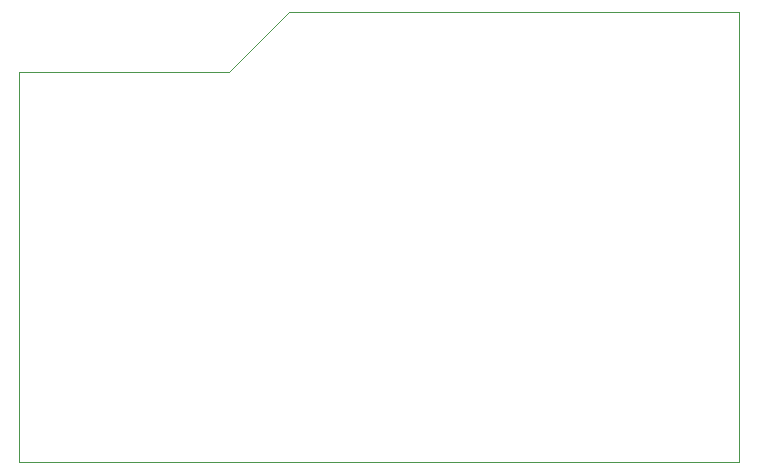
<source format=gbr>
%TF.GenerationSoftware,KiCad,Pcbnew,(6.0.2)*%
%TF.CreationDate,2022-03-12T14:55:35-05:00*%
%TF.ProjectId,letmein,6c65746d-6569-46e2-9e6b-696361645f70,rev?*%
%TF.SameCoordinates,Original*%
%TF.FileFunction,Profile,NP*%
%FSLAX46Y46*%
G04 Gerber Fmt 4.6, Leading zero omitted, Abs format (unit mm)*
G04 Created by KiCad (PCBNEW (6.0.2)) date 2022-03-12 14:55:35*
%MOMM*%
%LPD*%
G01*
G04 APERTURE LIST*
%TA.AperFunction,Profile*%
%ADD10C,0.100000*%
%TD*%
G04 APERTURE END LIST*
D10*
X124460000Y-73660000D02*
X106680000Y-73660000D01*
X129540000Y-68580000D02*
X124460000Y-73660000D01*
X129540000Y-68580000D02*
X167640000Y-68580000D01*
X106680000Y-73660000D02*
X106680000Y-106680000D01*
X167640000Y-106680000D02*
X167640000Y-68580000D01*
X106680000Y-106680000D02*
X167640000Y-106680000D01*
M02*

</source>
